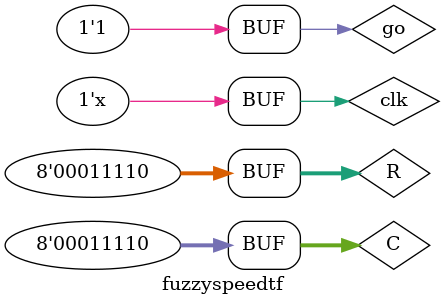
<source format=v>
`timescale 1ns / 1ps


module fuzzyspeedtf;

	// Inputs
	reg [7:0] R;
	reg [7:0] C;
	reg go;
	reg clk;

	// Outputs
	wire [7:0] pw;

	// Instantiate the Unit Under Test (UUT)
	fuzzylogicspeedcontroller uut (
		.R(R), 
		.C(C), 
		.go(go),
		.clk(clk), 
		.pw(pw)
	);
	always #5 clk = ~clk;
	initial begin
		// Initialize Inputs
		R = 10;
		C = 5;
		clk = 0;
		go = 1;
		// Wait 100 ns for global reset to finish
		#1000 C = C+1;
      #1000 C = C+1;
		#1000 C = C+1;
		#1000 C = C+1;
		#1000 C = C+1;
		#1000	R = 30;
		#1000 C = 20;
		#1000 C=30;	
		// Add stimulus here

	end
      
endmodule


</source>
